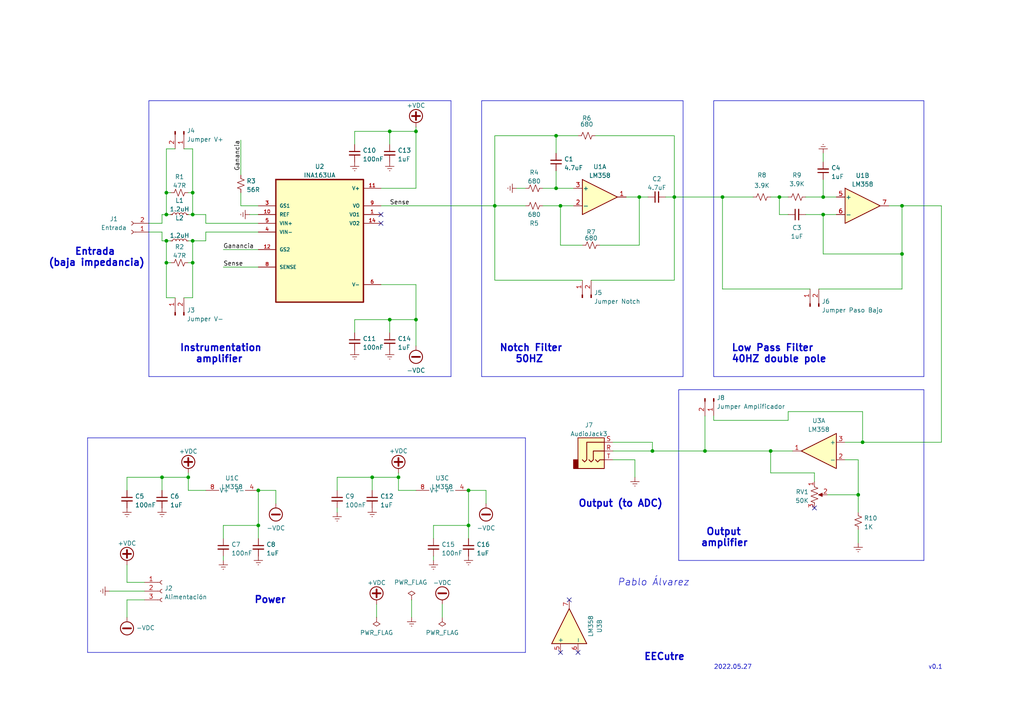
<source format=kicad_sch>
(kicad_sch (version 20230121) (generator eeschema)
  (paper "A4")
  (lib_symbols
    (symbol "Amplifier_Operational:LM358" (pin_names (offset 0.127))
      (property "Reference" "U" (at 0 5.08 0))
      (property "Value" "LM358" (at 0 -5.08 0))
      (symbol "LM358_1_1"
        (polyline (pts (xy -5.08 5.08) (xy 5.08 0) (xy -5.08 -5.08) (xy -5.08 5.08)) (stroke (width 0.254)) (fill (type background)))
        (pin output line (at 7.62 0 180) (length 2.54) (name "~") (number "1"))
        (pin input line (at -7.62 -2.54 0) (length 2.54) (name "-") (number "2"))
        (pin input line (at -7.62 2.54 0) (length 2.54) (name "+") (number "3"))
      )
      (symbol "LM358_2_1"
        (polyline (pts (xy -5.08 5.08) (xy 5.08 0) (xy -5.08 -5.08) (xy -5.08 5.08)) (stroke (width 0.254)) (fill (type background)))
        (pin input line (at -7.62 2.54 0) (length 2.54) (name "+") (number "5"))
        (pin input line (at -7.62 -2.54 0) (length 2.54) (name "-") (number "6"))
        (pin output line (at 7.62 0 180) (length 2.54) (name "~") (number "7"))
      )
      (symbol "LM358_3_1"
        (pin power_in line (at -2.54 -7.62 90) (length 3.81) (name "V-") (number "4"))
        (pin power_in line (at -2.54 7.62 270) (length 3.81) (name "V+") (number "8"))
      )
    )
    (symbol "Connector:AudioJack3"
      (property "Reference" "J" (at 0 8.89 0))
      (property "Value" "AudioJack3" (at 0 6.35 0))
      (symbol "AudioJack3_0_1"
        (rectangle (start -5.08 -5.08) (end -6.35 -2.54) (stroke (width 0.254)) (fill (type outline)))
        (polyline (pts (xy 0 -2.54) (xy 0.635 -3.175) (xy 1.27 -2.54) (xy 2.54 -2.54)) (stroke (width 0.254)))
        (polyline (pts (xy -1.905 -2.54) (xy -1.27 -3.175) (xy -0.635 -2.54) (xy -0.635 0) (xy 2.54 0)) (stroke (width 0.254)))
        (polyline (pts (xy 2.54 2.54) (xy -2.54 2.54) (xy -2.54 -2.54) (xy -3.175 -3.175) (xy -3.81 -2.54)) (stroke (width 0.254)))
        (rectangle (start 2.54 3.81) (end -5.08 -5.08) (stroke (width 0.254)) (fill (type background)))
      )
      (symbol "AudioJack3_1_1"
        (pin passive line (at 5.08 0 180) (length 2.54) (name "~") (number "R"))
        (pin passive line (at 5.08 2.54 180) (length 2.54) (name "~") (number "S"))
        (pin passive line (at 5.08 -2.54 180) (length 2.54) (name "~") (number "T"))
      )
    )
    (symbol "Connector:Conn_01x02_Female" (pin_names (offset 1.016) hide)
      (property "Reference" "J" (at 0 2.54 0))
      (property "Value" "Conn_01x02_Female" (at 0 -5.08 0))
      (symbol "Conn_01x02_Female_1_1"
        (arc (start 0 -2.032) (mid -0.5058 -2.54) (end 0 -3.048) (stroke (width 0.1524)))
        (polyline (pts (xy -1.27 -2.54) (xy -0.508 -2.54)) (stroke (width 0.1524)))
        (polyline (pts (xy -1.27 0) (xy -0.508 0)) (stroke (width 0.1524)))
        (arc (start 0 0.508) (mid -0.5058 0) (end 0 -0.508) (stroke (width 0.1524)))
        (pin passive line (at -5.08 0 0) (length 3.81) (name "Pin_1") (number "1"))
        (pin passive line (at -5.08 -2.54 0) (length 3.81) (name "Pin_2") (number "2"))
      )
    )
    (symbol "Connector:Conn_01x02_Male" (pin_names (offset 1.016) hide)
      (property "Reference" "J" (at 0 2.54 0))
      (property "Value" "Conn_01x02_Male" (at 0 -5.08 0))
      (symbol "Conn_01x02_Male_1_1"
        (polyline (pts (xy 1.27 -2.54) (xy 0.8636 -2.54)) (stroke (width 0.1524)))
        (polyline (pts (xy 1.27 0) (xy 0.8636 0)) (stroke (width 0.1524)))
        (rectangle (start 0.8636 -2.413) (end 0 -2.667) (stroke (width 0.1524)) (fill (type outline)))
        (rectangle (start 0.8636 0.127) (end 0 -0.127) (stroke (width 0.1524)) (fill (type outline)))
        (pin passive line (at 5.08 0 180) (length 3.81) (name "Pin_1") (number "1"))
        (pin passive line (at 5.08 -2.54 180) (length 3.81) (name "Pin_2") (number "2"))
      )
    )
    (symbol "Connector:Conn_01x03_Female" (pin_names (offset 1.016) hide)
      (property "Reference" "J" (at 0 5.08 0))
      (property "Value" "Conn_01x03_Female" (at 0 -5.08 0))
      (symbol "Conn_01x03_Female_1_1"
        (arc (start 0 -2.032) (mid -0.5058 -2.54) (end 0 -3.048) (stroke (width 0.1524)))
        (polyline (pts (xy -1.27 -2.54) (xy -0.508 -2.54)) (stroke (width 0.1524)))
        (polyline (pts (xy -1.27 0) (xy -0.508 0)) (stroke (width 0.1524)))
        (polyline (pts (xy -1.27 2.54) (xy -0.508 2.54)) (stroke (width 0.1524)))
        (arc (start 0 0.508) (mid -0.5058 0) (end 0 -0.508) (stroke (width 0.1524)))
        (arc (start 0 3.048) (mid -0.5058 2.54) (end 0 2.032) (stroke (width 0.1524)))
        (pin passive line (at -5.08 2.54 0) (length 3.81) (name "Pin_1") (number "1"))
        (pin passive line (at -5.08 0 0) (length 3.81) (name "Pin_2") (number "2"))
        (pin passive line (at -5.08 -2.54 0) (length 3.81) (name "Pin_3") (number "3"))
      )
    )
    (symbol "Device:C_Small" (pin_numbers hide) (pin_names (offset 0.254) hide)
      (property "Reference" "C" (at 0.254 1.778 0))
      (property "Value" "C_Small" (at 0.254 -2.032 0))
      (symbol "C_Small_0_1"
        (polyline (pts (xy -1.524 -0.508) (xy 1.524 -0.508)) (stroke (width 0.3302)))
        (polyline (pts (xy -1.524 0.508) (xy 1.524 0.508)) (stroke (width 0.3048)))
      )
      (symbol "C_Small_1_1"
        (pin passive line (at 0 2.54 270) (length 2.032) (name "~") (number "1"))
        (pin passive line (at 0 -2.54 90) (length 2.032) (name "~") (number "2"))
      )
    )
    (symbol "Device:L_Small" (pin_numbers hide) (pin_names (offset 0.254) hide)
      (property "Reference" "L" (at 0.762 1.016 0))
      (property "Value" "L_Small" (at 0.762 -1.016 0))
      (symbol "L_Small_0_1"
        (arc (start 0 -2.032) (mid 0.5058 -1.524) (end 0 -1.016))
        (arc (start 0 -1.016) (mid 0.5058 -0.508) (end 0 0))
        (arc (start 0 0) (mid 0.5058 0.508) (end 0 1.016))
        (arc (start 0 1.016) (mid 0.5058 1.524) (end 0 2.032))
      )
      (symbol "L_Small_1_1"
        (pin passive line (at 0 2.54 270) (length 0.508) (name "~") (number "1"))
        (pin passive line (at 0 -2.54 90) (length 0.508) (name "~") (number "2"))
      )
    )
    (symbol "Device:R_Potentiometer_US" (pin_names (offset 1.016) hide)
      (property "Reference" "RV" (at -4.445 0 90))
      (property "Value" "R_Potentiometer_US" (at -2.54 0 90))
      (symbol "R_Potentiometer_US_0_1"
        (polyline (pts (xy 0 -2.286) (xy 0 -2.54)))
        (polyline (pts (xy 0 2.54) (xy 0 2.286)))
        (polyline (pts (xy 2.54 0) (xy 1.524 0)))
        (polyline (pts (xy 1.143 0) (xy 2.286 0.508) (xy 2.286 -0.508) (xy 1.143 0)) (fill (type outline)))
        (polyline (pts (xy 0 -0.762) (xy 1.016 -1.143) (xy 0 -1.524) (xy -1.016 -1.905) (xy 0 -2.286)))
        (polyline (pts (xy 0 0.762) (xy 1.016 0.381) (xy 0 0) (xy -1.016 -0.381) (xy 0 -0.762)))
        (polyline (pts (xy 0 2.286) (xy 1.016 1.905) (xy 0 1.524) (xy -1.016 1.143) (xy 0 0.762)))
      )
      (symbol "R_Potentiometer_US_1_1"
        (pin passive line (at 0 3.81 270) (length 1.27) (name "1") (number "1"))
        (pin passive line (at 3.81 0 180) (length 1.27) (name "2") (number "2"))
        (pin passive line (at 0 -3.81 90) (length 1.27) (name "3") (number "3"))
      )
    )
    (symbol "Device:R_Small_US" (pin_numbers hide) (pin_names (offset 0.254) hide)
      (property "Reference" "R" (at 0.762 0.508 0))
      (property "Value" "R_Small_US" (at 0.762 -1.016 0))
      (symbol "R_Small_US_1_1"
        (polyline (pts (xy 0 0) (xy 1.016 -0.381) (xy 0 -0.762) (xy -1.016 -1.143) (xy 0 -1.524)))
        (polyline (pts (xy 0 1.524) (xy 1.016 1.143) (xy 0 0.762) (xy -1.016 0.381) (xy 0 0)))
        (pin passive line (at 0 2.54 270) (length 1.016) (name "~") (number "1"))
        (pin passive line (at 0 -2.54 90) (length 1.016) (name "~") (number "2"))
      )
    )
    (symbol "INA163UA:INA163UA" (pin_names (offset 1.016))
      (property "Reference" "U" (at -12.7 18.7706 0))
      (property "Value" "INA163UA" (at -12.7 -21.7678 0))
      (symbol "INA163UA_0_0"
        (rectangle (start -12.7 -17.78) (end 12.7 17.78) (stroke (width 0.4064)) (fill (type background)))
        (pin output line (at 17.78 7.62 180) (length 5.08) (name "VO1") (number "1"))
        (pin input line (at -17.78 7.62 0) (length 5.08) (name "REF") (number "10"))
        (pin power_in line (at 17.78 15.24 180) (length 5.08) (name "V+") (number "11"))
        (pin bidirectional line (at -17.78 -2.54 0) (length 5.08) (name "GS2") (number "12"))
        (pin output line (at 17.78 5.08 180) (length 5.08) (name "VO2") (number "14"))
        (pin input line (at -17.78 10.16 0) (length 5.08) (name "GS1") (number "3"))
        (pin input line (at -17.78 2.54 0) (length 5.08) (name "VIN-") (number "4"))
        (pin input line (at -17.78 5.08 0) (length 5.08) (name "VIN+") (number "5"))
        (pin power_in line (at 17.78 -12.7 180) (length 5.08) (name "V-") (number "6"))
        (pin bidirectional line (at -17.78 -7.62 0) (length 5.08) (name "SENSE") (number "8"))
        (pin output line (at 17.78 10.16 180) (length 5.08) (name "VO") (number "9"))
      )
    )
    (symbol "power:+VDC" (power) (pin_names (offset 0))
      (property "Value" "+VDC" (at 0 6.35 0))
      (symbol "+VDC_0_1"
        (polyline (pts (xy -1.143 3.175) (xy 1.143 3.175)) (stroke (width 0.508)))
        (polyline (pts (xy 0 0) (xy 0 1.27)))
        (polyline (pts (xy 0 2.032) (xy 0 4.318)) (stroke (width 0.508)))
        (circle (center 0 3.175) (radius 1.905) (stroke (width 0.254)))
      )
      (symbol "+VDC_1_1"
        (pin power_in line (at 0 0 90) (length 0) hide (name "+VDC") (number "1"))
      )
    )
    (symbol "power:-VDC" (power) (pin_names (offset 0))
      (property "Value" "-VDC" (at 0 6.35 0))
      (symbol "-VDC_0_1"
        (polyline (pts (xy -1.143 3.175) (xy 1.143 3.175)) (stroke (width 0.508)))
        (polyline (pts (xy 0 0) (xy 0 1.27)))
        (circle (center 0 3.175) (radius 1.905) (stroke (width 0.254)))
      )
      (symbol "-VDC_1_1"
        (pin power_in line (at 0 0 90) (length 0) hide (name "-VDC") (number "1"))
      )
    )
    (symbol "power:Earth" (power) (pin_names (offset 0))
      (symbol "Earth_0_1"
        (polyline (pts (xy -0.635 -1.905) (xy 0.635 -1.905)))
        (polyline (pts (xy -0.127 -2.54) (xy 0.127 -2.54)))
        (polyline (pts (xy 0 -1.27) (xy 0 0)))
        (polyline (pts (xy 1.27 -1.27) (xy -1.27 -1.27)))
      )
      (symbol "Earth_1_1"
        (pin power_in line (at 0 0 270) (length 0) hide (name "Earth") (number "1"))
      )
    )
    (symbol "power:PWR_FLAG" (power) (pin_numbers hide) (pin_names (offset 0) hide)
      (property "Value" "PWR_FLAG" (at 0 3.81 0))
      (symbol "PWR_FLAG_0_0"
        (pin power_out line (at 0 0 90) (length 0) (name "pwr") (number "1"))
      )
      (symbol "PWR_FLAG_0_1"
        (polyline (pts (xy 0 0) (xy 0 1.27) (xy -1.016 1.905) (xy 0 2.54) (xy 1.016 1.905) (xy 0 1.27)))
      )
    )
  )
  (junction (at 115.57 138.43))
  (junction (at 135.89 142.24))
  (junction (at 161.29 54.61))
  (junction (at 120.65 92.71))
  (junction (at 161.29 39.37))
  (junction (at 46.99 138.43))
  (junction (at 48.26 69.85))
  (junction (at 238.76 57.15))
  (junction (at 74.93 152.4))
  (junction (at 113.03 38.1))
  (junction (at 55.88 62.23))
  (junction (at 238.76 62.23))
  (junction (at 55.88 69.85))
  (junction (at 250.19 128.27))
  (junction (at 48.26 76.2))
  (junction (at 74.93 142.24))
  (junction (at 113.03 92.71))
  (junction (at 107.95 138.43))
  (junction (at 55.88 55.88))
  (junction (at 120.65 38.1))
  (junction (at 223.52 130.81))
  (junction (at 209.55 57.15))
  (junction (at 195.58 57.15))
  (junction (at 185.42 57.15))
  (junction (at 189.23 130.81))
  (junction (at 261.62 73.66))
  (junction (at 55.88 76.2))
  (junction (at 226.06 57.15))
  (junction (at 48.26 55.88))
  (junction (at 204.47 130.81))
  (junction (at 54.61 138.43))
  (junction (at 48.26 62.23))
  (junction (at 143.51 59.69))
  (junction (at 248.92 143.51))
  (junction (at 162.56 59.69))
  (junction (at 135.89 152.4))
  (junction (at 261.62 59.69))
  (no_connect (at 110.49 64.77))
  (no_connect (at 110.49 62.23))
  (no_connect (at 167.64 189.23))
  (no_connect (at 165.1 173.99))
  (no_connect (at 162.56 189.23))
  (no_connect (at 236.22 147.32))
  (wire (pts (xy 113.03 92.71) (xy 120.65 92.71)))
  (wire (pts (xy 97.79 142.24) (xy 97.79 138.43)))
  (wire (pts (xy 162.56 59.69) (xy 166.37 59.69)))
  (wire (pts (xy 74.93 152.4) (xy 74.93 156.21)))
  (wire (pts (xy 195.58 57.15) (xy 195.58 39.37)))
  (wire (pts (xy 177.8 133.35) (xy 184.15 133.35)))
  (wire (pts (xy 125.73 161.29) (xy 125.73 162.56)))
  (wire (pts (xy 69.85 55.88) (xy 69.85 59.69)))
  (wire (pts (xy 143.51 39.37) (xy 143.51 59.69)))
  (wire (pts (xy 55.88 86.36) (xy 53.34 86.36)))
  (wire (pts (xy 74.93 142.24) (xy 74.93 152.4)))
  (wire (pts (xy 36.83 142.24) (xy 36.83 138.43)))
  (wire (pts (xy 50.8 86.36) (xy 48.26 86.36)))
  (wire (pts (xy 36.83 179.07) (xy 36.83 173.99)))
  (wire (pts (xy 97.79 147.32) (xy 97.79 148.59)))
  (wire (pts (xy 195.58 57.15) (xy 209.55 57.15)))
  (wire (pts (xy 140.97 142.24) (xy 135.89 142.24)))
  (wire (pts (xy 107.95 138.43) (xy 115.57 138.43)))
  (wire (pts (xy 185.42 57.15) (xy 181.61 57.15)))
  (wire (pts (xy 185.42 71.12) (xy 173.99 71.12)))
  (wire (pts (xy 223.52 57.15) (xy 226.06 57.15)))
  (wire (pts (xy 46.99 62.23) (xy 46.99 64.77)))
  (wire (pts (xy 48.26 62.23) (xy 46.99 62.23)))
  (wire (pts (xy 143.51 59.69) (xy 143.51 81.28)))
  (wire (pts (xy 238.76 62.23) (xy 238.76 73.66)))
  (polyline (pts (xy 139.7 29.21) (xy 139.7 109.22)))
  (wire (pts (xy 102.87 96.52) (xy 102.87 92.71)))
  (wire (pts (xy 59.69 69.85) (xy 55.88 69.85)))
  (wire (pts (xy 226.06 57.15) (xy 228.6 57.15)))
  (wire (pts (xy 55.88 76.2) (xy 55.88 86.36)))
  (wire (pts (xy 250.19 128.27) (xy 250.19 119.38)))
  (wire (pts (xy 54.61 142.24) (xy 59.69 142.24)))
  (wire (pts (xy 195.58 81.28) (xy 195.58 57.15)))
  (wire (pts (xy 110.49 82.55) (xy 120.65 82.55)))
  (wire (pts (xy 49.53 62.23) (xy 48.26 62.23)))
  (wire (pts (xy 185.42 57.15) (xy 185.42 71.12)))
  (wire (pts (xy 172.72 39.37) (xy 195.58 39.37)))
  (wire (pts (xy 209.55 83.82) (xy 234.95 83.82)))
  (wire (pts (xy 80.01 146.05) (xy 80.01 142.24)))
  (wire (pts (xy 135.89 142.24) (xy 135.89 152.4)))
  (wire (pts (xy 102.87 41.91) (xy 102.87 38.1)))
  (wire (pts (xy 238.76 62.23) (xy 242.57 62.23)))
  (wire (pts (xy 240.03 143.51) (xy 248.92 143.51)))
  (wire (pts (xy 113.03 38.1) (xy 113.03 41.91)))
  (wire (pts (xy 115.57 137.16) (xy 115.57 138.43)))
  (wire (pts (xy 55.88 55.88) (xy 55.88 43.18)))
  (wire (pts (xy 135.89 152.4) (xy 135.89 156.21)))
  (wire (pts (xy 261.62 59.69) (xy 257.81 59.69)))
  (wire (pts (xy 223.52 130.81) (xy 229.87 130.81)))
  (wire (pts (xy 119.38 173.99) (xy 119.38 179.07)))
  (wire (pts (xy 248.92 153.67) (xy 248.92 157.48)))
  (wire (pts (xy 49.53 69.85) (xy 48.26 69.85)))
  (wire (pts (xy 113.03 92.71) (xy 113.03 96.52)))
  (wire (pts (xy 48.26 55.88) (xy 49.53 55.88)))
  (wire (pts (xy 102.87 92.71) (xy 113.03 92.71)))
  (wire (pts (xy 237.49 83.82) (xy 261.62 83.82)))
  (wire (pts (xy 64.77 72.39) (xy 74.93 72.39)))
  (wire (pts (xy 236.22 139.7) (xy 236.22 137.16)))
  (wire (pts (xy 48.26 86.36) (xy 48.26 76.2)))
  (wire (pts (xy 54.61 137.16) (xy 54.61 138.43)))
  (wire (pts (xy 233.68 57.15) (xy 238.76 57.15)))
  (wire (pts (xy 50.8 43.18) (xy 48.26 43.18)))
  (wire (pts (xy 36.83 163.83) (xy 36.83 168.91)))
  (wire (pts (xy 55.88 55.88) (xy 55.88 62.23)))
  (wire (pts (xy 250.19 119.38) (xy 228.6 119.38)))
  (wire (pts (xy 64.77 161.29) (xy 64.77 162.56)))
  (wire (pts (xy 59.69 67.31) (xy 59.69 69.85)))
  (wire (pts (xy 157.48 54.61) (xy 161.29 54.61)))
  (wire (pts (xy 157.48 59.69) (xy 162.56 59.69)))
  (wire (pts (xy 54.61 62.23) (xy 55.88 62.23)))
  (wire (pts (xy 140.97 146.05) (xy 140.97 142.24)))
  (polyline (pts (xy 207.01 109.22) (xy 267.97 109.22)))
  (wire (pts (xy 236.22 137.16) (xy 223.52 137.16)))
  (polyline (pts (xy 152.4 189.23) (xy 25.4 189.23)))
  (wire (pts (xy 115.57 138.43) (xy 115.57 142.24)))
  (wire (pts (xy 171.45 81.28) (xy 195.58 81.28)))
  (wire (pts (xy 185.42 57.15) (xy 187.96 57.15)))
  (wire (pts (xy 102.87 38.1) (xy 113.03 38.1)))
  (wire (pts (xy 161.29 49.53) (xy 161.29 54.61)))
  (wire (pts (xy 125.73 156.21) (xy 125.73 152.4)))
  (wire (pts (xy 204.47 120.65) (xy 204.47 130.81)))
  (wire (pts (xy 209.55 83.82) (xy 209.55 57.15)))
  (wire (pts (xy 64.77 156.21) (xy 64.77 152.4)))
  (wire (pts (xy 64.77 152.4) (xy 74.93 152.4)))
  (wire (pts (xy 48.26 43.18) (xy 48.26 55.88)))
  (wire (pts (xy 238.76 44.45) (xy 238.76 46.99)))
  (wire (pts (xy 120.65 82.55) (xy 120.65 92.71)))
  (wire (pts (xy 261.62 59.69) (xy 273.05 59.69)))
  (wire (pts (xy 110.49 59.69) (xy 143.51 59.69)))
  (wire (pts (xy 143.51 59.69) (xy 152.4 59.69)))
  (wire (pts (xy 97.79 138.43) (xy 107.95 138.43)))
  (polyline (pts (xy 139.7 109.22) (xy 198.12 109.22)))
  (polyline (pts (xy 25.4 127) (xy 152.4 127)))
  (wire (pts (xy 149.86 54.61) (xy 152.4 54.61)))
  (polyline (pts (xy 267.97 113.03) (xy 267.97 162.56)))
  (wire (pts (xy 48.26 69.85) (xy 48.26 76.2)))
  (wire (pts (xy 248.92 143.51) (xy 248.92 133.35)))
  (polyline (pts (xy 43.18 29.21) (xy 130.81 29.21)))
  (wire (pts (xy 54.61 69.85) (xy 55.88 69.85)))
  (polyline (pts (xy 207.01 29.21) (xy 207.01 109.22)))
  (wire (pts (xy 46.99 138.43) (xy 46.99 142.24)))
  (wire (pts (xy 161.29 39.37) (xy 167.64 39.37)))
  (polyline (pts (xy 196.85 162.56) (xy 267.97 162.56)))
  (polyline (pts (xy 267.97 113.03) (xy 196.85 113.03)))
  (wire (pts (xy 189.23 130.81) (xy 177.8 130.81)))
  (wire (pts (xy 69.85 40.64) (xy 69.85 50.8)))
  (wire (pts (xy 161.29 39.37) (xy 161.29 44.45)))
  (wire (pts (xy 46.99 138.43) (xy 54.61 138.43)))
  (wire (pts (xy 115.57 142.24) (xy 120.65 142.24)))
  (wire (pts (xy 226.06 62.23) (xy 228.6 62.23)))
  (wire (pts (xy 55.88 43.18) (xy 53.34 43.18)))
  (wire (pts (xy 238.76 73.66) (xy 261.62 73.66)))
  (polyline (pts (xy 43.18 29.21) (xy 43.18 109.22)))
  (wire (pts (xy 59.69 64.77) (xy 59.69 62.23)))
  (wire (pts (xy 48.26 69.85) (xy 46.99 69.85)))
  (wire (pts (xy 143.51 81.28) (xy 168.91 81.28)))
  (wire (pts (xy 238.76 57.15) (xy 242.57 57.15)))
  (polyline (pts (xy 25.4 127) (xy 25.4 189.23)))
  (polyline (pts (xy 130.81 109.22) (xy 43.18 109.22)))
  (wire (pts (xy 46.99 64.77) (xy 43.18 64.77)))
  (wire (pts (xy 143.51 39.37) (xy 161.29 39.37)))
  (wire (pts (xy 72.39 62.23) (xy 74.93 62.23)))
  (wire (pts (xy 233.68 62.23) (xy 238.76 62.23)))
  (wire (pts (xy 125.73 152.4) (xy 135.89 152.4)))
  (wire (pts (xy 261.62 59.69) (xy 261.62 73.66)))
  (wire (pts (xy 250.19 128.27) (xy 245.11 128.27)))
  (polyline (pts (xy 196.85 113.03) (xy 196.85 162.56)))
  (polyline (pts (xy 207.01 29.21) (xy 267.97 29.21)))
  (wire (pts (xy 177.8 128.27) (xy 189.23 128.27)))
  (wire (pts (xy 59.69 62.23) (xy 55.88 62.23)))
  (wire (pts (xy 109.22 175.26) (xy 109.22 179.07)))
  (wire (pts (xy 54.61 138.43) (xy 54.61 142.24)))
  (wire (pts (xy 189.23 130.81) (xy 189.23 128.27)))
  (wire (pts (xy 36.83 168.91) (xy 41.91 168.91)))
  (wire (pts (xy 209.55 57.15) (xy 218.44 57.15)))
  (wire (pts (xy 107.95 138.43) (xy 107.95 142.24)))
  (wire (pts (xy 55.88 76.2) (xy 54.61 76.2)))
  (wire (pts (xy 193.04 57.15) (xy 195.58 57.15)))
  (wire (pts (xy 36.83 138.43) (xy 46.99 138.43)))
  (wire (pts (xy 120.65 38.1) (xy 120.65 36.83)))
  (wire (pts (xy 55.88 69.85) (xy 55.88 76.2)))
  (wire (pts (xy 273.05 59.69) (xy 273.05 128.27)))
  (wire (pts (xy 228.6 119.38) (xy 228.6 121.92)))
  (wire (pts (xy 238.76 52.07) (xy 238.76 57.15)))
  (wire (pts (xy 46.99 67.31) (xy 43.18 67.31)))
  (wire (pts (xy 204.47 130.81) (xy 223.52 130.81)))
  (wire (pts (xy 189.23 130.81) (xy 204.47 130.81)))
  (wire (pts (xy 162.56 59.69) (xy 162.56 71.12)))
  (polyline (pts (xy 139.7 29.21) (xy 198.12 29.21)))
  (polyline (pts (xy 130.81 29.21) (xy 130.81 109.22)))
  (wire (pts (xy 184.15 133.35) (xy 184.15 138.43)))
  (wire (pts (xy 54.61 55.88) (xy 55.88 55.88)))
  (wire (pts (xy 161.29 54.61) (xy 166.37 54.61)))
  (wire (pts (xy 120.65 92.71) (xy 120.65 100.33)))
  (wire (pts (xy 48.26 62.23) (xy 48.26 55.88)))
  (wire (pts (xy 248.92 143.51) (xy 248.92 148.59)))
  (polyline (pts (xy 267.97 109.22) (xy 267.97 29.21)))
  (wire (pts (xy 226.06 57.15) (xy 226.06 62.23)))
  (wire (pts (xy 248.92 133.35) (xy 245.11 133.35)))
  (wire (pts (xy 31.75 171.45) (xy 41.91 171.45)))
  (wire (pts (xy 273.05 128.27) (xy 250.19 128.27)))
  (wire (pts (xy 74.93 59.69) (xy 69.85 59.69)))
  (wire (pts (xy 59.69 64.77) (xy 74.93 64.77)))
  (wire (pts (xy 80.01 142.24) (xy 74.93 142.24)))
  (wire (pts (xy 110.49 54.61) (xy 120.65 54.61)))
  (wire (pts (xy 49.53 76.2) (xy 48.26 76.2)))
  (wire (pts (xy 228.6 121.92) (xy 207.01 121.92)))
  (wire (pts (xy 64.77 77.47) (xy 74.93 77.47)))
  (wire (pts (xy 207.01 121.92) (xy 207.01 120.65)))
  (wire (pts (xy 59.69 67.31) (xy 74.93 67.31)))
  (wire (pts (xy 46.99 69.85) (xy 46.99 67.31)))
  (wire (pts (xy 120.65 54.61) (xy 120.65 38.1)))
  (wire (pts (xy 113.03 38.1) (xy 120.65 38.1)))
  (wire (pts (xy 36.83 173.99) (xy 41.91 173.99)))
  (polyline (pts (xy 198.12 109.22) (xy 198.12 29.21)))
  (wire (pts (xy 223.52 137.16) (xy 223.52 130.81)))
  (wire (pts (xy 162.56 71.12) (xy 168.91 71.12)))
  (polyline (pts (xy 152.4 127) (xy 152.4 189.23)))
  (wire (pts (xy 128.27 175.26) (xy 128.27 179.07)))
  (wire (pts (xy 261.62 73.66) (xy 261.62 83.82)))
  (text " Output\namplifier" (at 203.2 158.75 0) (effects (font (size 2 2) (thickness 0.4) bold) (justify left bottom)))
  (text "Output (to ADC)" (at 167.64 147.32 0) (effects (font (size 2 2) (thickness 0.4) bold) (justify left bottom)))
  (text "Notch Filter\n   50HZ" (at 144.78 105.41 0) (effects (font (size 2 2) (thickness 0.4) bold) (justify left bottom)))
  (text "     Entrada\n(baja impedancia)" (at 13.97 77.47 0) (effects (font (size 2 2) (thickness 0.4) bold) (justify left bottom)))
  (text "Power" (at 73.66 175.26 0) (effects (font (size 2 2) (thickness 0.4) bold) (justify left bottom)))
  (text "Instrumentation\n   amplifier" (at 52.07 105.41 0) (effects (font (size 2 2) (thickness 0.4) bold) (justify left bottom)))
  (text "Pablo Álvarez" (at 179.07 170.18 0) (effects (font (size 2 2) italic) (justify left bottom)))
  (text "EECutre\n" (at 186.69 191.77 0) (effects (font (size 2 2) (thickness 0.4) bold) (justify left bottom)))
  (text "Low Pass Filter\n40HZ double pole" (at 212.09 105.41 0) (effects (font (size 2 2) (thickness 0.4) bold) (justify left bottom)))
  (text "2022.05.27" (at 207.01 194.31 0) (effects (font (size 1.27 1.27)) (justify left bottom)))
  (text "v0.1" (at 269.24 194.31 0) (effects (font (size 1.27 1.27)) (justify left bottom)))
  (label "Sense" (at 113.03 59.69 0))
  (label "Ganancia" (at 73.66 72.39 180))
  (label "Ganancia" (at 69.85 49.53 90))
  (label "Sense" (at 64.77 77.47 0))
  (symbol (lib_id "power:Earth") (at 125.73 162.56 0) (unit 1)
    (property "Reference" "#PWR028" (effects hide))
    (property "Value" "Earth" (effects hide))
  )
  (symbol (lib_id "power:Earth") (at 248.92 157.48 0) (unit 1)
    (property "Reference" "#PWR017" (effects hide))
    (property "Value" "Earth" (effects hide))
  )
  (symbol (lib_id "Device:R_Small_US") (at 69.85 53.34 0) (unit 1)
    (property "Reference" "R3" (at 71.501 52.5053 0) (effects (justify left)))
    (property "Value" "56R" (at 71.501 55.0422 0) (effects (justify left)))
    (property "Footprint" "Resistor_SMD:R_0603_1608Metric" (effects hide))
  )
  (symbol (lib_id "power:+VDC") (at 36.83 163.83 0) (unit 1)
    (property "Reference" "#PWR02" (effects hide))
    (property "Value" "+VDC" (at 36.83 157.5872 0))
  )
  (symbol (lib_id "power:Earth") (at 238.76 44.45 180) (unit 1)
    (property "Reference" "#PWR013" (effects hide))
    (property "Value" "Earth" (effects hide))
  )
  (symbol (lib_id "power:Earth") (at 102.87 46.99 0) (unit 1)
    (property "Reference" "#PWR023" (effects hide))
    (property "Value" "Earth" (effects hide))
  )
  (symbol (lib_id "power:Earth") (at 74.93 161.29 0) (unit 1)
    (property "Reference" "#PWR021" (effects hide))
    (property "Value" "Earth" (effects hide))
  )
  (symbol (lib_id "power:-VDC") (at 120.65 100.33 180) (unit 1)
    (property "Reference" "#PWR011" (effects hide))
    (property "Value" "-VDC" (at 120.65 107.4404 0))
  )
  (symbol (lib_id "power:Earth") (at 149.86 54.61 270) (unit 1)
    (property "Reference" "#PWR012" (effects hide))
    (property "Value" "Earth" (effects hide))
  )
  (symbol (lib_id "power:Earth") (at 46.99 147.32 0) (unit 1)
    (property "Reference" "#PWR019" (effects hide))
    (property "Value" "Earth" (effects hide))
  )
  (symbol (lib_id "power:PWR_FLAG") (at 109.22 179.07 180) (unit 1)
    (property "Reference" "#FLG01" (effects hide))
    (property "Value" "PWR_FLAG" (at 109.22 183.5134 0))
  )
  (symbol (lib_id "Device:C_Small") (at 102.87 44.45 0) (unit 1)
    (property "Reference" "C10" (at 105.1941 43.6216 0) (effects (justify left)))
    (property "Value" "100nF" (at 105.1941 46.1585 0) (effects (justify left)))
    (property "Footprint" "Capacitor_SMD:C_0603_1608Metric" (effects hide))
  )
  (symbol (lib_id "Device:R_Small_US") (at 171.45 71.12 90) (unit 1)
    (property "Reference" "R7" (at 171.45 67.31 90))
    (property "Value" "680" (at 171.45 69.0681 90))
    (property "Footprint" "Resistor_SMD:R_0603_1608Metric" (effects hide))
  )
  (symbol (lib_id "Amplifier_Operational:LM358") (at 128.27 139.7 90) (unit 3)
    (property "Reference" "U3" (at 128.27 138.6672 90))
    (property "Value" "LM358" (at 128.27 141.2041 90))
    (property "Footprint" "Package_SO:TSSOP-8_3x3mm_P0.65mm" (effects hide))
    (property "Datasheet" "http://www.ti.com/lit/ds/symlink/lm2904-n.pdf" (effects hide))
  )
  (symbol (lib_id "power:+VDC") (at 120.65 36.83 0) (unit 1)
    (property "Reference" "#PWR010" (effects hide))
    (property "Value" "+VDC" (at 120.65 30.5872 0))
  )
  (symbol (lib_id "Device:C_Small") (at 102.87 99.06 0) (unit 1)
    (property "Reference" "C11" (at 105.1941 98.2316 0) (effects (justify left)))
    (property "Value" "100nF" (at 105.1941 100.7685 0) (effects (justify left)))
    (property "Footprint" "Capacitor_SMD:C_0603_1608Metric" (effects hide))
  )
  (symbol (lib_id "power:Earth") (at 36.83 147.32 0) (unit 1)
    (property "Reference" "#PWR018" (effects hide))
    (property "Value" "Earth" (effects hide))
  )
  (symbol (lib_id "power:Earth") (at 135.89 161.29 0) (unit 1)
    (property "Reference" "#PWR029" (effects hide))
    (property "Value" "Earth" (effects hide))
  )
  (symbol (lib_id "power:+VDC") (at 109.22 175.26 0) (unit 1)
    (property "Reference" "#PWR05" (effects hide))
    (property "Value" "+VDC" (at 109.22 169.0172 0))
  )
  (symbol (lib_id "power:Earth") (at 72.39 62.23 270) (unit 1)
    (property "Reference" "#PWR07" (effects hide))
    (property "Value" "Earth" (effects hide))
  )
  (symbol (lib_id "Connector:Conn_01x02_Male") (at 50.8 91.44 90) (unit 1)
    (property "Reference" "J3" (at 54.1782 89.9703 90) (effects (justify right)))
    (property "Value" "Jumper V-" (at 54.1782 92.5072 90) (effects (justify right)))
    (property "Footprint" "Connector_PinHeader_2.54mm:PinHeader_1x02_P2.54mm_Vertical" (effects hide))
  )
  (symbol (lib_id "Device:L_Small") (at 52.07 69.85 90) (unit 1)
    (property "Reference" "L2" (at 52.07 63.2292 90))
    (property "Value" "1.2uH" (at 52.07 68.3061 90))
    (property "Footprint" "Inductor_SMD:L_0603_1608Metric" (effects hide))
  )
  (symbol (lib_id "power:Earth") (at 113.03 101.6 0) (unit 1)
    (property "Reference" "#PWR027" (effects hide))
    (property "Value" "Earth" (effects hide))
  )
  (symbol (lib_id "Device:C_Small") (at 238.76 49.53 180) (unit 1)
    (property "Reference" "C4" (at 241.0841 48.6889 0) (effects (justify right)))
    (property "Value" "1uF" (at 241.0841 51.2258 0) (effects (justify right)))
    (property "Footprint" "Capacitor_SMD:C_0603_1608Metric" (effects hide))
  )
  (symbol (lib_id "power:-VDC") (at 140.97 146.05 180) (unit 1)
    (property "Reference" "#PWR016" (effects hide))
    (property "Value" "-VDC" (at 140.97 153.1604 0))
  )
  (symbol (lib_id "power:PWR_FLAG") (at 119.38 173.99 0) (unit 1)
    (property "Reference" "#FLG02" (effects hide))
    (property "Value" "PWR_FLAG" (at 114.3 168.91 0) (effects (justify left)))
  )
  (symbol (lib_id "power:Earth") (at 31.75 171.45 270) (unit 1)
    (property "Reference" "#PWR01" (effects hide))
    (property "Value" "Earth" (effects hide))
  )
  (symbol (lib_id "Device:C_Small") (at 36.83 144.78 0) (unit 1)
    (property "Reference" "C5" (at 39.1541 143.9516 0) (effects (justify left)))
    (property "Value" "100nF" (at 39.1541 146.4885 0) (effects (justify left)))
    (property "Footprint" "Capacitor_SMD:C_0603_1608Metric" (effects hide))
  )
  (symbol (lib_id "Device:C_Small") (at 161.29 46.99 180) (unit 1)
    (property "Reference" "C1" (at 163.6141 46.1489 0) (effects (justify right)))
    (property "Value" "4.7uF" (at 163.6141 48.6858 0) (effects (justify right)))
    (property "Footprint" "Capacitor_SMD:C_0603_1608Metric" (effects hide))
  )
  (symbol (lib_id "Amplifier_Operational:LM358") (at 237.49 130.81 0) (mirror y) (unit 1)
    (property "Reference" "U3" (at 237.49 122.0302 0))
    (property "Value" "LM358" (at 237.49 124.5671 0))
    (property "Footprint" "Package_SO:TSSOP-8_3x3mm_P0.65mm" (effects hide))
    (property "Datasheet" "http://www.ti.com/lit/ds/symlink/lm2904-n.pdf" (effects hide))
  )
  (symbol (lib_id "Device:R_Small_US") (at 248.92 151.13 0) (unit 1)
    (property "Reference" "R10" (at 250.571 150.2953 0) (effects (justify left)))
    (property "Value" "1K" (at 250.571 152.8322 0) (effects (justify left)))
    (property "Footprint" "Resistor_SMD:R_0603_1608Metric" (effects hide))
  )
  (symbol (lib_id "Device:C_Small") (at 113.03 44.45 0) (unit 1)
    (property "Reference" "C13" (at 115.3541 43.6216 0) (effects (justify left)))
    (property "Value" "1uF" (at 115.3541 46.1585 0) (effects (justify left)))
    (property "Footprint" "Capacitor_SMD:C_0603_1608Metric" (effects hide))
  )
  (symbol (lib_id "Device:R_Small_US") (at 220.98 57.15 90) (unit 1)
    (property "Reference" "R8" (at 220.98 50.8 90))
    (property "Value" "3.9K" (at 220.98 53.8281 90))
    (property "Footprint" "Resistor_SMD:R_0603_1608Metric" (effects hide))
  )
  (symbol (lib_id "Amplifier_Operational:LM358") (at 165.1 181.61 90) (unit 2)
    (property "Reference" "U3" (at 173.8798 181.61 0))
    (property "Value" "LM358" (at 171.3429 181.61 0))
    (property "Footprint" "Package_SO:TSSOP-8_3x3mm_P0.65mm" (effects hide))
    (property "Datasheet" "http://www.ti.com/lit/ds/symlink/lm2904-n.pdf" (effects hide))
  )
  (symbol (lib_id "Connector:Conn_01x02_Male") (at 234.95 88.9 90) (unit 1)
    (property "Reference" "J6" (at 238.3282 87.4303 90) (effects (justify right)))
    (property "Value" "Jumper Paso Bajo" (at 238.3282 89.9672 90) (effects (justify right)))
    (property "Footprint" "Connector_PinHeader_2.54mm:PinHeader_1x02_P2.54mm_Vertical" (effects hide))
  )
  (symbol (lib_id "Device:C_Small") (at 64.77 158.75 0) (unit 1)
    (property "Reference" "C7" (at 67.0941 157.9216 0) (effects (justify left)))
    (property "Value" "100nF" (at 67.0941 160.4585 0) (effects (justify left)))
    (property "Footprint" "Capacitor_SMD:C_0603_1608Metric" (effects hide))
  )
  (symbol (lib_id "Device:R_Potentiometer_US") (at 236.22 143.51 0) (unit 1)
    (property "Reference" "RV1" (at 234.569 142.6753 0) (effects (justify right)))
    (property "Value" "50K" (at 234.569 145.2122 0) (effects (justify right)))
    (property "Footprint" "Potentiometer_SMD:Potentiometer_Bourns_3214J_Horizontal" (effects hide))
  )
  (symbol (lib_id "power:+VDC") (at 54.61 137.16 0) (unit 1)
    (property "Reference" "#PWR04" (effects hide))
    (property "Value" "+VDC" (at 54.61 130.9172 0))
  )
  (symbol (lib_id "INA163UA:INA163UA") (at 92.71 69.85 0) (unit 1)
    (property "Reference" "U2" (at 92.71 48.294 0))
    (property "Value" "INA163UA" (at 92.71 50.8309 0))
    (property "Footprint" "Package_SO:SO-14_5.3x10.2mm_P1.27mm" (effects hide))
  )
  (symbol (lib_id "power:+VDC") (at 115.57 137.16 0) (unit 1)
    (property "Reference" "#PWR015" (effects hide))
    (property "Value" "+VDC" (at 115.57 130.81 0))
  )
  (symbol (lib_id "Device:C_Small") (at 135.89 158.75 0) (unit 1)
    (property "Reference" "C16" (at 138.2141 157.9216 0) (effects (justify left)))
    (property "Value" "1uF" (at 138.2141 160.4585 0) (effects (justify left)))
    (property "Footprint" "Capacitor_SMD:C_0603_1608Metric" (effects hide))
  )
  (symbol (lib_id "Device:R_Small_US") (at 170.18 39.37 90) (unit 1)
    (property "Reference" "R6" (at 170.18 34.29 90))
    (property "Value" "680" (at 170.18 36.0481 90))
    (property "Footprint" "Resistor_SMD:R_0603_1608Metric" (effects hide))
  )
  (symbol (lib_id "Device:R_Small_US") (at 52.07 76.2 90) (unit 1)
    (property "Reference" "R2" (at 52.07 71.6112 90))
    (property "Value" "47R" (at 52.07 74.1481 90))
    (property "Footprint" "Resistor_SMD:R_0603_1608Metric" (effects hide))
  )
  (symbol (lib_id "Connector:Conn_01x02_Male") (at 207.01 115.57 270) (unit 1)
    (property "Reference" "J8" (at 207.8482 115.3703 90) (effects (justify left)))
    (property "Value" "Jumper Amplificador" (at 207.8482 117.9072 90) (effects (justify left)))
    (property "Footprint" "Connector_PinHeader_2.54mm:PinHeader_1x02_P2.54mm_Vertical" (effects hide))
  )
  (symbol (lib_id "power:Earth") (at 107.95 147.32 0) (unit 1)
    (property "Reference" "#PWR025" (effects hide))
    (property "Value" "Earth" (effects hide))
  )
  (symbol (lib_id "power:Earth") (at 64.77 162.56 0) (unit 1)
    (property "Reference" "#PWR020" (effects hide))
    (property "Value" "Earth" (effects hide))
  )
  (symbol (lib_id "Amplifier_Operational:LM358") (at 67.31 139.7 90) (unit 3)
    (property "Reference" "U1" (at 67.31 138.6672 90))
    (property "Value" "LM358" (at 67.31 141.2041 90))
    (property "Footprint" "Package_SO:TSSOP-8_3x3mm_P0.65mm" (effects hide))
    (property "Datasheet" "http://www.ti.com/lit/ds/symlink/lm2904-n.pdf" (effects hide))
  )
  (symbol (lib_id "Device:C_Small") (at 107.95 144.78 0) (unit 1)
    (property "Reference" "C12" (at 110.2741 143.9516 0) (effects (justify left)))
    (property "Value" "1uF" (at 110.2741 146.4885 0) (effects (justify left)))
    (property "Footprint" "Capacitor_SMD:C_0603_1608Metric" (effects hide))
  )
  (symbol (lib_id "Device:R_Small_US") (at 154.94 59.69 90) (unit 1)
    (property "Reference" "R5" (at 154.94 64.77 90))
    (property "Value" "680" (at 154.94 62.23 90))
    (property "Footprint" "Resistor_SMD:R_0603_1608Metric" (effects hide))
  )
  (symbol (lib_id "Connector:AudioJack3") (at 172.72 130.81 0) (unit 1)
    (property "Reference" "J7" (at 170.815 123.3002 0))
    (property "Value" "AudioJack3" (at 170.815 125.8371 0))
    (property "Footprint" "Connector_Audio:Jack_3.5mm_CUI_SJ-3523-SMT_Horizontal" (effects hide))
  )
  (symbol (lib_id "power:PWR_FLAG") (at 128.27 179.07 180) (unit 1)
    (property "Reference" "#FLG03" (effects hide))
    (property "Value" "PWR_FLAG" (at 128.27 183.5134 0))
  )
  (symbol (lib_id "Device:L_Small") (at 52.07 62.23 90) (unit 1)
    (property "Reference" "L1" (at 52.07 58.1492 90))
    (property "Value" "1.2uH" (at 52.07 60.6861 90))
    (property "Footprint" "Inductor_SMD:L_0603_1608Metric" (effects hide))
  )
  (symbol (lib_id "Device:C_Small") (at 113.03 99.06 0) (unit 1)
    (property "Reference" "C14" (at 115.3541 98.2316 0) (effects (justify left)))
    (property "Value" "1uF" (at 115.3541 100.7685 0) (effects (justify left)))
    (property "Footprint" "Capacitor_SMD:C_0603_1608Metric" (effects hide))
  )
  (symbol (lib_id "power:Earth") (at 119.38 179.07 0) (unit 1)
    (property "Reference" "#PWR08" (effects hide))
    (property "Value" "Earth" (effects hide))
  )
  (symbol (lib_id "power:Earth") (at 102.87 101.6 0) (unit 1)
    (property "Reference" "#PWR024" (effects hide))
    (property "Value" "Earth" (effects hide))
  )
  (symbol (lib_id "Device:R_Small_US") (at 154.94 54.61 90) (unit 1)
    (property "Reference" "R4" (at 154.94 50.0212 90))
    (property "Value" "680" (at 154.94 52.5581 90))
    (property "Footprint" "Resistor_SMD:R_0603_1608Metric" (effects hide))
  )
  (symbol (lib_id "Connector:Conn_01x02_Female") (at 38.1 67.31 180) (unit 1)
    (property "Reference" "J1" (at 33.02 63.5031 0))
    (property "Value" "Entrada" (at 33.02 66.04 0))
    (property "Footprint" "Connector_PinHeader_2.54mm:PinHeader_1x02_P2.54mm_Vertical" (effects hide))
  )
  (symbol (lib_id "Device:C_Small") (at 46.99 144.78 0) (unit 1)
    (property "Reference" "C6" (at 49.3141 143.9516 0) (effects (justify left)))
    (property "Value" "1uF" (at 49.3141 146.4885 0) (effects (justify left)))
    (property "Footprint" "Capacitor_SMD:C_0603_1608Metric" (effects hide))
  )
  (symbol (lib_id "power:-VDC") (at 128.27 175.26 0) (unit 1)
    (property "Reference" "#PWR09" (effects hide))
    (property "Value" "-VDC" (at 128.27 169.0172 0))
  )
  (symbol (lib_id "Connector:Conn_01x02_Male") (at 168.91 86.36 90) (unit 1)
    (property "Reference" "J5" (at 172.2882 84.8903 90) (effects (justify right)))
    (property "Value" "Jumper Notch" (at 172.2882 87.4272 90) (effects (justify right)))
    (property "Footprint" "Connector_PinHeader_2.54mm:PinHeader_1x02_P2.54mm_Vertical" (effects hide))
  )
  (symbol (lib_id "Device:C_Small") (at 125.73 158.75 0) (unit 1)
    (property "Reference" "C15" (at 128.0541 157.9216 0) (effects (justify left)))
    (property "Value" "100nF" (at 128.0541 160.4585 0) (effects (justify left)))
    (property "Footprint" "Capacitor_SMD:C_0603_1608Metric" (effects hide))
  )
  (symbol (lib_id "Device:C_Small") (at 74.93 158.75 0) (unit 1)
    (property "Reference" "C8" (at 77.2541 157.9216 0) (effects (justify left)))
    (property "Value" "1uF" (at 77.2541 160.4585 0) (effects (justify left)))
    (property "Footprint" "Capacitor_SMD:C_0603_1608Metric" (effects hide))
  )
  (symbol (lib_id "Connector:Conn_01x02_Male") (at 53.34 38.1 270) (unit 1)
    (property "Reference" "J4" (at 54.1782 37.9003 90) (effects (justify left)))
    (property "Value" "Jumper V+" (at 54.1782 40.4372 90) (effects (justify left)))
    (property "Footprint" "Connector_PinHeader_2.54mm:PinHeader_1x02_P2.54mm_Vertical" (effects hide))
  )
  (symbol (lib_id "Device:R_Small_US") (at 231.14 57.15 90) (unit 1)
    (property "Reference" "R9" (at 231.14 50.8031 90))
    (property "Value" "3.9K" (at 231.14 53.34 90))
    (property "Footprint" "Resistor_SMD:R_0603_1608Metric" (effects hide))
  )
  (symbol (lib_id "Amplifier_Operational:LM358") (at 173.99 57.15 0) (unit 1)
    (property "Reference" "U1" (at 173.99 48.3702 0))
    (property "Value" "LM358" (at 173.99 50.9071 0))
    (property "Footprint" "Package_SO:TSSOP-8_3x3mm_P0.65mm" (effects hide))
    (property "Datasheet" "http://www.ti.com/lit/ds/symlink/lm2904-n.pdf" (effects hide))
  )
  (symbol (lib_id "power:Earth") (at 113.03 46.99 0) (unit 1)
    (property "Reference" "#PWR026" (effects hide))
    (property "Value" "Earth" (effects hide))
  )
  (symbol (lib_id "Device:C_Small") (at 97.79 144.78 0) (unit 1)
    (property "Reference" "C9" (at 100.1141 143.9516 0) (effects (justify left)))
    (property "Value" "100nF" (at 100.1141 146.4885 0) (effects (justify left)))
    (property "Footprint" "Capacitor_SMD:C_0603_1608Metric" (effects hide))
  )
  (symbol (lib_id "Device:R_Small_US") (at 52.07 55.88 90) (unit 1)
    (property "Reference" "R1" (at 52.07 51.2912 90))
    (property "Value" "47R" (at 52.07 53.8281 90))
    (property "Footprint" "Resistor_SMD:R_0603_1608Metric" (effects hide))
  )
  (symbol (lib_id "power:Earth") (at 184.15 138.43 0) (unit 1)
    (property "Reference" "#PWR014" (effects hide))
    (property "Value" "Earth" (effects hide))
  )
  (symbol (lib_id "power:-VDC") (at 36.83 179.07 180) (unit 1)
    (property "Reference" "#PWR03" (effects hide))
    (property "Value" "-VDC" (at 39.497 182.1073 0) (effects (justify right)))
  )
  (symbol (lib_id "Connector:Conn_01x03_Female") (at 46.99 171.45 0) (unit 1)
    (property "Reference" "J2" (at 47.7012 170.6153 0) (effects (justify left)))
    (property "Value" "Alimentación" (at 47.7012 173.1522 0) (effects (justify left)))
    (property "Footprint" "Connector_PinHeader_2.54mm:PinHeader_1x03_P2.54mm_Vertical" (effects hide))
  )
  (symbol (lib_id "power:-VDC") (at 80.01 146.05 180) (unit 1)
    (property "Reference" "#PWR06" (effects hide))
    (property "Value" "-VDC" (at 80.01 153.1604 0))
  )
  (symbol (lib_id "Device:C_Small") (at 190.5 57.15 90) (unit 1)
    (property "Reference" "C2" (at 190.5063 51.8881 90))
    (property "Value" "4.7uF" (at 190.5063 54.425 90))
    (property "Footprint" "Capacitor_SMD:C_0603_1608Metric" (effects hide))
  )
  (symbol (lib_id "power:Earth") (at 97.79 148.59 0) (unit 1)
    (property "Reference" "#PWR022" (effects hide))
    (property "Value" "Earth" (effects hide))
  )
  (symbol (lib_id "Device:C_Small") (at 231.14 62.23 90) (unit 1)
    (property "Reference" "C3" (at 231.14 66.0431 90))
    (property "Value" "1uF" (at 231.14 68.58 90))
    (property "Footprint" "Capacitor_SMD:C_0603_1608Metric" (effects hide))
  )
  (symbol (lib_id "Amplifier_Operational:LM358") (at 250.19 59.69 0) (unit 2)
    (property "Reference" "U1" (at 250.19 50.9102 0))
    (property "Value" "LM358" (at 250.19 53.4471 0))
    (property "Footprint" "Package_SO:TSSOP-8_3x3mm_P0.65mm" (effects hide))
    (property "Datasheet" "http://www.ti.com/lit/ds/symlink/lm2904-n.pdf" (effects hide))
  )
)
</source>
